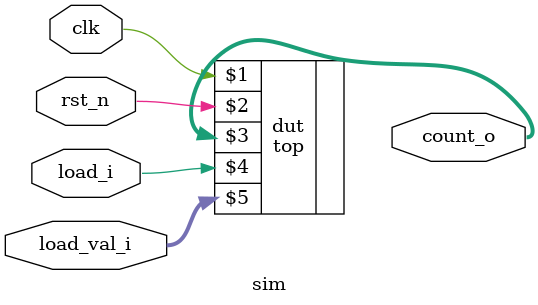
<source format=v>
module sim #(parameter n = 4) (clk,rst_n,count_o,load_i,load_val_i);
    input clk,rst_n;
    input load_i;
    output reg [n-1:0] count_o;
    input      [n-1:0] load_val_i;
    top #(.n(n)) dut(clk,rst_n,count_o,load_i,load_val_i);
    initial 
        begin
            $dumpfile("sim.vcd");
            $dumpvars(0,sim);
            #1;
        end
endmodule
</source>
